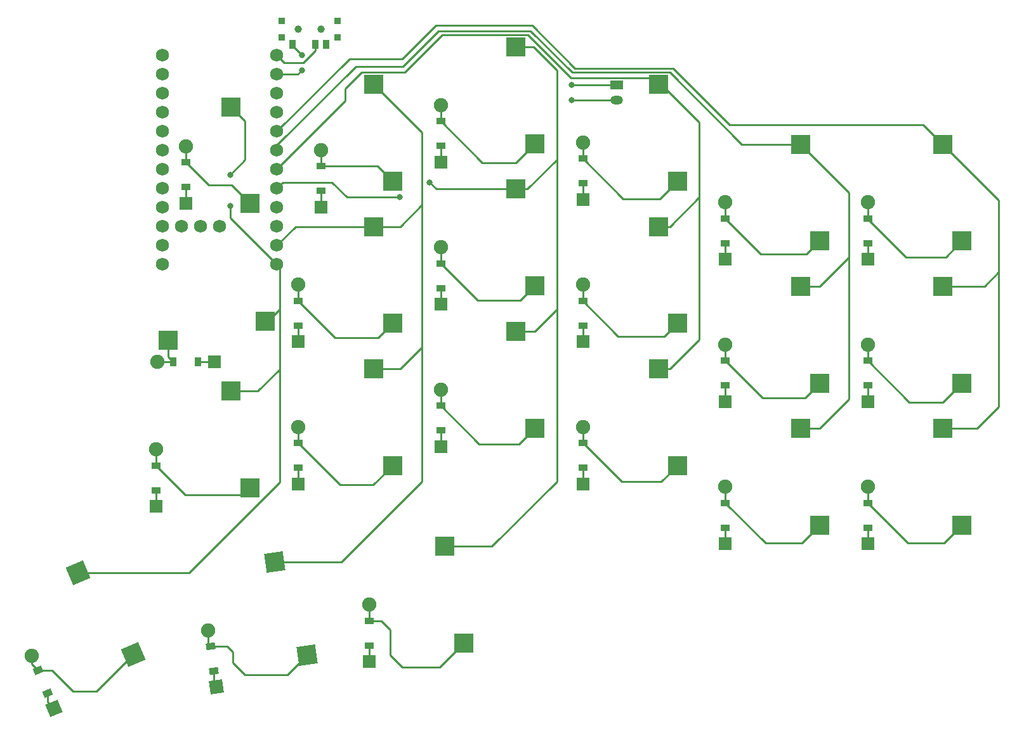
<source format=gbr>
%TF.GenerationSoftware,KiCad,Pcbnew,8.0.6*%
%TF.CreationDate,2024-12-24T11:46:23+01:00*%
%TF.ProjectId,right,72696768-742e-46b6-9963-61645f706362,v1.0.0*%
%TF.SameCoordinates,Original*%
%TF.FileFunction,Copper,L2,Bot*%
%TF.FilePolarity,Positive*%
%FSLAX46Y46*%
G04 Gerber Fmt 4.6, Leading zero omitted, Abs format (unit mm)*
G04 Created by KiCad (PCBNEW 8.0.6) date 2024-12-24 11:46:23*
%MOMM*%
%LPD*%
G01*
G04 APERTURE LIST*
G04 Aperture macros list*
%AMRotRect*
0 Rectangle, with rotation*
0 The origin of the aperture is its center*
0 $1 length*
0 $2 width*
0 $3 Rotation angle, in degrees counterclockwise*
0 Add horizontal line*
21,1,$1,$2,0,0,$3*%
G04 Aperture macros list end*
%TA.AperFunction,SMDPad,CuDef*%
%ADD10R,0.900000X0.900000*%
%TD*%
%TA.AperFunction,WasherPad*%
%ADD11C,1.000000*%
%TD*%
%TA.AperFunction,SMDPad,CuDef*%
%ADD12R,0.900000X1.250000*%
%TD*%
%TA.AperFunction,ComponentPad*%
%ADD13R,1.700000X1.200000*%
%TD*%
%TA.AperFunction,ComponentPad*%
%ADD14O,1.700000X1.200000*%
%TD*%
%TA.AperFunction,SMDPad,CuDef*%
%ADD15R,2.500000X2.550000*%
%TD*%
%TA.AperFunction,ComponentPad*%
%ADD16R,1.778000X1.778000*%
%TD*%
%TA.AperFunction,SMDPad,CuDef*%
%ADD17R,1.200000X0.900000*%
%TD*%
%TA.AperFunction,ComponentPad*%
%ADD18C,1.905000*%
%TD*%
%TA.AperFunction,SMDPad,CuDef*%
%ADD19RotRect,2.550000X2.500000X278.000000*%
%TD*%
%TA.AperFunction,SMDPad,CuDef*%
%ADD20RotRect,2.550000X2.500000X293.000000*%
%TD*%
%TA.AperFunction,SMDPad,CuDef*%
%ADD21R,0.900000X1.200000*%
%TD*%
%TA.AperFunction,ComponentPad*%
%ADD22RotRect,1.778000X1.778000X113.000000*%
%TD*%
%TA.AperFunction,SMDPad,CuDef*%
%ADD23RotRect,0.900000X1.200000X113.000000*%
%TD*%
%TA.AperFunction,SMDPad,CuDef*%
%ADD24R,2.550000X2.500000*%
%TD*%
%TA.AperFunction,ComponentPad*%
%ADD25RotRect,1.778000X1.778000X98.000000*%
%TD*%
%TA.AperFunction,SMDPad,CuDef*%
%ADD26RotRect,0.900000X1.200000X98.000000*%
%TD*%
%TA.AperFunction,ComponentPad*%
%ADD27C,1.752600*%
%TD*%
%TA.AperFunction,ViaPad*%
%ADD28C,0.800000*%
%TD*%
%TA.AperFunction,Conductor*%
%ADD29C,0.250000*%
%TD*%
G04 APERTURE END LIST*
D10*
%TO.P,T1,*%
%TO.N,*%
X211300000Y-98400000D03*
X211300000Y-100600000D03*
D11*
X213500000Y-99500000D03*
X216500000Y-99500000D03*
D10*
X218700000Y-98400000D03*
X218700000Y-100600000D03*
D12*
%TO.P,T1,1*%
%TO.N,pos*%
X212750000Y-101575000D03*
%TO.P,T1,2*%
%TO.N,RAW*%
X215750000Y-101575000D03*
%TO.P,T1,3*%
%TO.N,N/C*%
X217250000Y-101575000D03*
%TD*%
D13*
%TO.P,JST1,1*%
%TO.N,pos*%
X256000000Y-107000000D03*
D14*
%TO.P,JST1,2*%
%TO.N,GND*%
X256000000Y-109000000D03*
%TD*%
D15*
%TO.P,S12,1*%
%TO.N,P115*%
X242540000Y-101915000D03*
%TO.P,S12,2*%
%TO.N,mirror_ColD_Row3*%
X245080000Y-114842000D03*
%TD*%
D16*
%TO.P,D14,1*%
%TO.N,P106*%
X194500000Y-163310000D03*
D17*
X194500000Y-161150000D03*
%TO.P,D14,2*%
%TO.N,mirror_ColF_Row1*%
X194500000Y-157850000D03*
D18*
X194500000Y-155690000D03*
%TD*%
D16*
%TO.P,D8,1*%
%TO.N,P111*%
X251500000Y-141310000D03*
D17*
X251500000Y-139150000D03*
%TO.P,D8,2*%
%TO.N,mirror_ColC_Row2*%
X251500000Y-135850000D03*
D18*
X251500000Y-133690000D03*
%TD*%
D15*
%TO.P,S15,1*%
%TO.N,P010*%
X223540000Y-106915000D03*
%TO.P,S15,2*%
%TO.N,mirror_ColE_Row3*%
X226080000Y-119842000D03*
%TD*%
%TO.P,S10,1*%
%TO.N,P115*%
X242540000Y-139915000D03*
%TO.P,S10,2*%
%TO.N,mirror_ColD_Row1*%
X245080000Y-152842000D03*
%TD*%
%TO.P,S3,1*%
%TO.N,P031*%
X299540000Y-114915000D03*
%TO.P,S3,2*%
%TO.N,mirror_ColA_Row3*%
X302080000Y-127842000D03*
%TD*%
%TO.P,S11,1*%
%TO.N,P115*%
X242540000Y-120915000D03*
%TO.P,S11,2*%
%TO.N,mirror_ColD_Row2*%
X245080000Y-133842000D03*
%TD*%
%TO.P,S7,1*%
%TO.N,P002*%
X261540000Y-144915000D03*
%TO.P,S7,2*%
%TO.N,mirror_ColC_Row1*%
X264080000Y-157842000D03*
%TD*%
%TO.P,S14,1*%
%TO.N,P010*%
X223540000Y-125915000D03*
%TO.P,S14,2*%
%TO.N,mirror_ColE_Row2*%
X226080000Y-138842000D03*
%TD*%
D16*
%TO.P,D5,1*%
%TO.N,P111*%
X270500000Y-149310000D03*
D17*
X270500000Y-147150000D03*
%TO.P,D5,2*%
%TO.N,mirror_ColB_Row2*%
X270500000Y-143850000D03*
D18*
X270500000Y-141690000D03*
%TD*%
D15*
%TO.P,S18,1*%
%TO.N,P115*%
X233040000Y-168665000D03*
%TO.P,S18,2*%
%TO.N,mirror_ColD_Row0*%
X235580000Y-181592000D03*
%TD*%
D19*
%TO.P,S19,1*%
%TO.N,P010*%
X210336781Y-170778506D03*
%TO.P,S19,2*%
%TO.N,mirror_ColE_Row0*%
X214651153Y-183226202D03*
%TD*%
D15*
%TO.P,S9,1*%
%TO.N,P002*%
X261540000Y-106915000D03*
%TO.P,S9,2*%
%TO.N,mirror_ColC_Row3*%
X264080000Y-119842000D03*
%TD*%
D16*
%TO.P,D12,1*%
%TO.N,P113*%
X232500000Y-117310000D03*
D17*
X232500000Y-115150000D03*
%TO.P,D12,2*%
%TO.N,mirror_ColD_Row3*%
X232500000Y-111850000D03*
D18*
X232500000Y-109690000D03*
%TD*%
D16*
%TO.P,D3,1*%
%TO.N,P113*%
X289500000Y-130310000D03*
D17*
X289500000Y-128150000D03*
%TO.P,D3,2*%
%TO.N,mirror_ColA_Row3*%
X289500000Y-124850000D03*
D18*
X289500000Y-122690000D03*
%TD*%
D15*
%TO.P,S5,1*%
%TO.N,P029*%
X280540000Y-133915000D03*
%TO.P,S5,2*%
%TO.N,mirror_ColB_Row2*%
X283080000Y-146842000D03*
%TD*%
D20*
%TO.P,S20,1*%
%TO.N,P009*%
X184109158Y-172164894D03*
%TO.P,S20,2*%
%TO.N,mirror_ColF_Row0*%
X191498222Y-183071803D03*
%TD*%
D15*
%TO.P,S8,1*%
%TO.N,P002*%
X261540000Y-125915000D03*
%TO.P,S8,2*%
%TO.N,mirror_ColC_Row2*%
X264080000Y-138842000D03*
%TD*%
D16*
%TO.P,D18,1*%
%TO.N,P111*%
X202310000Y-144000000D03*
D21*
X200150000Y-144000000D03*
%TO.P,D18,2*%
%TO.N,mirror_ColF_Row2*%
X196850000Y-144000000D03*
D18*
X194690000Y-144000000D03*
%TD*%
D16*
%TO.P,D10,1*%
%TO.N,P106*%
X232500000Y-155310000D03*
D17*
X232500000Y-153150000D03*
%TO.P,D10,2*%
%TO.N,mirror_ColD_Row1*%
X232500000Y-149850000D03*
D18*
X232500000Y-147690000D03*
%TD*%
D16*
%TO.P,D9,1*%
%TO.N,P113*%
X251500000Y-122310000D03*
D17*
X251500000Y-120150000D03*
%TO.P,D9,2*%
%TO.N,mirror_ColC_Row3*%
X251500000Y-116850000D03*
D18*
X251500000Y-114690000D03*
%TD*%
D16*
%TO.P,D2,1*%
%TO.N,P111*%
X289500000Y-149310000D03*
D17*
X289500000Y-147150000D03*
%TO.P,D2,2*%
%TO.N,mirror_ColA_Row2*%
X289500000Y-143850000D03*
D18*
X289500000Y-141690000D03*
%TD*%
D15*
%TO.P,S16,1*%
%TO.N,P009*%
X204540000Y-147915000D03*
%TO.P,S16,2*%
%TO.N,mirror_ColF_Row1*%
X207080000Y-160842000D03*
%TD*%
D22*
%TO.P,D17,1*%
%TO.N,P104*%
X180882596Y-190259007D03*
D23*
X180038615Y-188270717D03*
%TO.P,D17,2*%
%TO.N,mirror_ColF_Row0*%
X178749203Y-185233051D03*
D18*
X177905222Y-183244761D03*
%TD*%
D16*
%TO.P,D21,1*%
%TO.N,P111*%
X213500000Y-141310000D03*
D17*
X213500000Y-139150000D03*
%TO.P,D21,2*%
%TO.N,mirror_ColE_Row2*%
X213500000Y-135850000D03*
D18*
X213500000Y-133690000D03*
%TD*%
D16*
%TO.P,D7,1*%
%TO.N,P106*%
X251500000Y-160310000D03*
D17*
X251500000Y-158150000D03*
%TO.P,D7,2*%
%TO.N,mirror_ColC_Row1*%
X251500000Y-154850000D03*
D18*
X251500000Y-152690000D03*
%TD*%
D16*
%TO.P,D20,1*%
%TO.N,P113*%
X216500000Y-123310000D03*
D17*
X216500000Y-121150000D03*
%TO.P,D20,2*%
%TO.N,mirror_ColE_Row3*%
X216500000Y-117850000D03*
D18*
X216500000Y-115690000D03*
%TD*%
D15*
%TO.P,S17,1*%
%TO.N,P009*%
X204540000Y-109915000D03*
%TO.P,S17,2*%
%TO.N,mirror_ColF_Row3*%
X207080000Y-122842000D03*
%TD*%
D24*
%TO.P,S21,1*%
%TO.N,P009*%
X209085000Y-138540000D03*
%TO.P,S21,2*%
%TO.N,mirror_ColF_Row2*%
X196158000Y-141080000D03*
%TD*%
D25*
%TO.P,D16,1*%
%TO.N,P104*%
X202537061Y-187420981D03*
D26*
X202236446Y-185282002D03*
%TO.P,D16,2*%
%TO.N,mirror_ColE_Row0*%
X201777174Y-182014118D03*
D18*
X201476559Y-179875139D03*
%TD*%
D15*
%TO.P,S2,1*%
%TO.N,P031*%
X299540000Y-133915000D03*
%TO.P,S2,2*%
%TO.N,mirror_ColA_Row2*%
X302080000Y-146842000D03*
%TD*%
D16*
%TO.P,D1,1*%
%TO.N,P106*%
X289500000Y-168310000D03*
D17*
X289500000Y-166150000D03*
%TO.P,D1,2*%
%TO.N,mirror_ColA_Row1*%
X289500000Y-162850000D03*
D18*
X289500000Y-160690000D03*
%TD*%
D16*
%TO.P,D6,1*%
%TO.N,P113*%
X270500000Y-130310000D03*
D17*
X270500000Y-128150000D03*
%TO.P,D6,2*%
%TO.N,mirror_ColB_Row3*%
X270500000Y-124850000D03*
D18*
X270500000Y-122690000D03*
%TD*%
D27*
%TO.P,MCU1,1*%
%TO.N,P006*%
X195380000Y-103030000D03*
%TO.P,MCU1,2*%
%TO.N,P008*%
X195380000Y-105570000D03*
%TO.P,MCU1,3*%
%TO.N,GND*%
X195380000Y-108110000D03*
%TO.P,MCU1,4*%
X195380000Y-110650000D03*
%TO.P,MCU1,5*%
%TO.N,P017*%
X195380000Y-113190000D03*
%TO.P,MCU1,6*%
%TO.N,P020*%
X195380000Y-115730000D03*
%TO.P,MCU1,7*%
%TO.N,P022*%
X195380000Y-118270000D03*
%TO.P,MCU1,8*%
%TO.N,P024*%
X195380000Y-120810000D03*
%TO.P,MCU1,9*%
%TO.N,P100*%
X195380000Y-123350000D03*
%TO.P,MCU1,10*%
%TO.N,P011*%
X195380000Y-125890000D03*
%TO.P,MCU1,11*%
%TO.N,P104*%
X195380000Y-128430000D03*
%TO.P,MCU1,12*%
%TO.N,P106*%
X195380000Y-130970000D03*
%TO.P,MCU1,13*%
%TO.N,P009*%
X210620000Y-130970000D03*
%TO.P,MCU1,14*%
%TO.N,P010*%
X210620000Y-128430000D03*
%TO.P,MCU1,15*%
%TO.N,P111*%
X210620000Y-125890000D03*
%TO.P,MCU1,16*%
%TO.N,P113*%
X210620000Y-123350000D03*
%TO.P,MCU1,17*%
%TO.N,P115*%
X210620000Y-120810000D03*
%TO.P,MCU1,18*%
%TO.N,P002*%
X210620000Y-118270000D03*
%TO.P,MCU1,19*%
%TO.N,P029*%
X210620000Y-115730000D03*
%TO.P,MCU1,20*%
%TO.N,P031*%
X210620000Y-113190000D03*
%TO.P,MCU1,21*%
%TO.N,VCC*%
X210620000Y-110650000D03*
%TO.P,MCU1,22*%
%TO.N,RST*%
X210620000Y-108110000D03*
%TO.P,MCU1,23*%
%TO.N,GND*%
X210620000Y-105570000D03*
%TO.P,MCU1,24*%
%TO.N,RAW*%
X210620000Y-103030000D03*
%TO.P,MCU1,31*%
%TO.N,P101*%
X197920000Y-125890000D03*
%TO.P,MCU1,32*%
%TO.N,P102*%
X200460000Y-125890000D03*
%TO.P,MCU1,33*%
%TO.N,P107*%
X203000000Y-125890000D03*
%TD*%
D16*
%TO.P,D4,1*%
%TO.N,P106*%
X270500000Y-168310000D03*
D17*
X270500000Y-166150000D03*
%TO.P,D4,2*%
%TO.N,mirror_ColB_Row1*%
X270500000Y-162850000D03*
D18*
X270500000Y-160690000D03*
%TD*%
D15*
%TO.P,S4,1*%
%TO.N,P029*%
X280540000Y-152915000D03*
%TO.P,S4,2*%
%TO.N,mirror_ColB_Row1*%
X283080000Y-165842000D03*
%TD*%
D16*
%TO.P,D13,1*%
%TO.N,P106*%
X213500000Y-160310000D03*
D17*
X213500000Y-158150000D03*
%TO.P,D13,2*%
%TO.N,mirror_ColE_Row1*%
X213500000Y-154850000D03*
D18*
X213500000Y-152690000D03*
%TD*%
D15*
%TO.P,S1,1*%
%TO.N,P031*%
X299540000Y-152915000D03*
%TO.P,S1,2*%
%TO.N,mirror_ColA_Row1*%
X302080000Y-165842000D03*
%TD*%
D16*
%TO.P,D15,1*%
%TO.N,P104*%
X223000000Y-184060000D03*
D17*
X223000000Y-181900000D03*
%TO.P,D15,2*%
%TO.N,mirror_ColD_Row0*%
X223000000Y-178600000D03*
D18*
X223000000Y-176440000D03*
%TD*%
D15*
%TO.P,S13,1*%
%TO.N,P010*%
X223540000Y-144915000D03*
%TO.P,S13,2*%
%TO.N,mirror_ColE_Row1*%
X226080000Y-157842000D03*
%TD*%
D16*
%TO.P,D11,1*%
%TO.N,P111*%
X232500000Y-136310000D03*
D17*
X232500000Y-134150000D03*
%TO.P,D11,2*%
%TO.N,mirror_ColD_Row2*%
X232500000Y-130850000D03*
D18*
X232500000Y-128690000D03*
%TD*%
D16*
%TO.P,D19,1*%
%TO.N,P113*%
X198500000Y-122810000D03*
D17*
X198500000Y-120650000D03*
%TO.P,D19,2*%
%TO.N,mirror_ColF_Row3*%
X198500000Y-117350000D03*
D18*
X198500000Y-115190000D03*
%TD*%
D15*
%TO.P,S6,1*%
%TO.N,P029*%
X280540000Y-114915000D03*
%TO.P,S6,2*%
%TO.N,mirror_ColB_Row3*%
X283080000Y-127842000D03*
%TD*%
D28*
%TO.N,GND*%
X214000000Y-105000000D03*
%TO.N,P115*%
X231000000Y-120000000D03*
X227000000Y-122000000D03*
%TO.N,pos*%
X214000000Y-103000000D03*
X250000000Y-107000000D03*
%TO.N,GND*%
X250000000Y-109000000D03*
%TO.N,P009*%
X204400000Y-123200000D03*
X204400000Y-119000000D03*
%TD*%
D29*
%TO.N,P031*%
X299540000Y-114915000D02*
X296906802Y-112281802D01*
X296906802Y-112281802D02*
X271031802Y-112281802D01*
X271031802Y-112281802D02*
X263500000Y-104750000D01*
X263500000Y-104750000D02*
X250442792Y-104750000D01*
X250442792Y-104750000D02*
X244692792Y-99000000D01*
X244692792Y-99000000D02*
X231863604Y-99000000D01*
X231863604Y-99000000D02*
X227363604Y-103500000D01*
X220310000Y-103500000D02*
X210620000Y-113190000D01*
X227363604Y-103500000D02*
X220310000Y-103500000D01*
%TO.N,P029*%
X280540000Y-114915000D02*
X272715000Y-114915000D01*
X272715000Y-114915000D02*
X263115000Y-105315000D01*
X263115000Y-105315000D02*
X250065000Y-105315000D01*
X250065000Y-105315000D02*
X244500000Y-99750000D01*
X232181802Y-99750000D02*
X227431802Y-104500000D01*
X244500000Y-99750000D02*
X232181802Y-99750000D01*
X227431802Y-104500000D02*
X221175000Y-104500000D01*
X221175000Y-104500000D02*
X210620000Y-115055000D01*
X210620000Y-115055000D02*
X210620000Y-115730000D01*
%TO.N,P113*%
X198500000Y-120650000D02*
X198500000Y-122810000D01*
%TO.N,mirror_ColD_Row3*%
X232500000Y-109690000D02*
X232500000Y-111850000D01*
%TO.N,P113*%
X232500000Y-115150000D02*
X232500000Y-117310000D01*
X251500000Y-122310000D02*
X251500000Y-120150000D01*
X270500000Y-128150000D02*
X270500000Y-130310000D01*
X289500000Y-130310000D02*
X289500000Y-128150000D01*
%TO.N,P111*%
X289500000Y-149310000D02*
X289500000Y-147150000D01*
X270500000Y-149310000D02*
X270500000Y-147150000D01*
X251500000Y-139150000D02*
X251500000Y-141310000D01*
X232500000Y-134150000D02*
X232500000Y-136310000D01*
X213500000Y-139150000D02*
X213500000Y-141310000D01*
X200150000Y-144000000D02*
X202310000Y-144000000D01*
%TO.N,P106*%
X289500000Y-166150000D02*
X289500000Y-168310000D01*
X270500000Y-166150000D02*
X270500000Y-168310000D01*
X251500000Y-158150000D02*
X251500000Y-160310000D01*
X232500000Y-153150000D02*
X232500000Y-155310000D01*
X213500000Y-158150000D02*
X213500000Y-160310000D01*
X194500000Y-161150000D02*
X194500000Y-163310000D01*
%TO.N,P104*%
X223000000Y-181900000D02*
X223000000Y-184060000D01*
X202236446Y-185282002D02*
X202236446Y-187120366D01*
X202236446Y-187120366D02*
X202537061Y-187420981D01*
X180038615Y-188270717D02*
X180038615Y-189415026D01*
X180038615Y-189415026D02*
X180882596Y-190259007D01*
%TO.N,P002*%
X261540000Y-106915000D02*
X260700000Y-106075000D01*
X219774100Y-109115900D02*
X210620000Y-118270000D01*
X260700000Y-106075000D02*
X249875000Y-106075000D01*
X221965000Y-105315000D02*
X219774100Y-107505900D01*
X249875000Y-106075000D02*
X244115000Y-100315000D01*
X244115000Y-100315000D02*
X232685000Y-100315000D01*
X232685000Y-100315000D02*
X227685000Y-105315000D01*
X227685000Y-105315000D02*
X221965000Y-105315000D01*
X219774100Y-107505900D02*
X219774100Y-109115900D01*
%TO.N,GND*%
X214000000Y-105000000D02*
X213430000Y-105570000D01*
X213430000Y-105570000D02*
X210620000Y-105570000D01*
%TO.N,P113*%
X216500000Y-121150000D02*
X216500000Y-123310000D01*
%TO.N,P115*%
X231915000Y-120915000D02*
X231000000Y-120000000D01*
X227000000Y-122000000D02*
X220000000Y-122000000D01*
X220000000Y-122000000D02*
X218000000Y-120000000D01*
X242540000Y-120915000D02*
X231915000Y-120915000D01*
X218000000Y-120000000D02*
X211430000Y-120000000D01*
X211430000Y-120000000D02*
X210620000Y-120810000D01*
%TO.N,mirror_ColE_Row3*%
X216500000Y-117850000D02*
X224088000Y-117850000D01*
X224088000Y-117850000D02*
X226080000Y-119842000D01*
%TO.N,mirror_ColF_Row2*%
X196850000Y-144000000D02*
X194690000Y-144000000D01*
X196158000Y-141080000D02*
X196158000Y-143308000D01*
X196158000Y-143308000D02*
X196850000Y-144000000D01*
%TO.N,RAW*%
X215750000Y-101575000D02*
X215750000Y-102450000D01*
X215750000Y-102450000D02*
X214200000Y-104000000D01*
X211590000Y-104000000D02*
X210620000Y-103030000D01*
X214200000Y-104000000D02*
X211590000Y-104000000D01*
%TO.N,pos*%
X214000000Y-103000000D02*
X212750000Y-101750000D01*
X212750000Y-101750000D02*
X212750000Y-101575000D01*
X256000000Y-107000000D02*
X250000000Y-107000000D01*
%TO.N,GND*%
X256000000Y-109000000D02*
X250000000Y-109000000D01*
X210875000Y-105315000D02*
X210620000Y-105570000D01*
%TO.N,P031*%
X299540000Y-152915000D02*
X304085000Y-152915000D01*
X304085000Y-152915000D02*
X307000000Y-150000000D01*
X307000000Y-150000000D02*
X307000000Y-132000000D01*
X307000000Y-132000000D02*
X307000000Y-122375000D01*
X299540000Y-133915000D02*
X305085000Y-133915000D01*
X305085000Y-133915000D02*
X307000000Y-132000000D01*
X307000000Y-122375000D02*
X299540000Y-114915000D01*
%TO.N,P029*%
X287000000Y-149000000D02*
X287000000Y-130000000D01*
X287000000Y-130000000D02*
X287000000Y-121375000D01*
X280540000Y-133915000D02*
X283085000Y-133915000D01*
X283085000Y-133915000D02*
X287000000Y-130000000D01*
X283085000Y-152915000D02*
X287000000Y-149000000D01*
X287000000Y-121375000D02*
X280540000Y-114915000D01*
X280540000Y-152915000D02*
X283085000Y-152915000D01*
%TO.N,P002*%
X263085000Y-125915000D02*
X267000000Y-122000000D01*
X261540000Y-125915000D02*
X263085000Y-125915000D01*
X267000000Y-141000000D02*
X267000000Y-112000000D01*
X261540000Y-144915000D02*
X263085000Y-144915000D01*
X263085000Y-144915000D02*
X267000000Y-141000000D01*
X267000000Y-112000000D02*
X261915000Y-106915000D01*
X261915000Y-106915000D02*
X261540000Y-106915000D01*
%TO.N,P115*%
X248000000Y-137000000D02*
X248000000Y-117000000D01*
X248000000Y-117000000D02*
X248000000Y-105000000D01*
X242540000Y-120915000D02*
X244085000Y-120915000D01*
X244085000Y-120915000D02*
X248000000Y-117000000D01*
X248000000Y-160000000D02*
X248000000Y-137000000D01*
X245085000Y-139915000D02*
X248000000Y-137000000D01*
X242540000Y-139915000D02*
X245085000Y-139915000D01*
X233040000Y-168665000D02*
X239335000Y-168665000D01*
X239335000Y-168665000D02*
X248000000Y-160000000D01*
X248000000Y-105000000D02*
X244915000Y-101915000D01*
X244915000Y-101915000D02*
X242540000Y-101915000D01*
%TO.N,P010*%
X223540000Y-125915000D02*
X213135000Y-125915000D01*
X213135000Y-125915000D02*
X210620000Y-128430000D01*
X230000000Y-160000000D02*
X230000000Y-142000000D01*
X230000000Y-142000000D02*
X230000000Y-123000000D01*
X223540000Y-144915000D02*
X227085000Y-144915000D01*
X227085000Y-144915000D02*
X230000000Y-142000000D01*
X230000000Y-123000000D02*
X230000000Y-113375000D01*
X223540000Y-125915000D02*
X227085000Y-125915000D01*
X227085000Y-125915000D02*
X230000000Y-123000000D01*
X210336781Y-170778506D02*
X219221494Y-170778506D01*
X219221494Y-170778506D02*
X230000000Y-160000000D01*
X230000000Y-113375000D02*
X223540000Y-106915000D01*
%TO.N,P009*%
X211000000Y-145000000D02*
X211000000Y-137000000D01*
X211000000Y-137000000D02*
X211000000Y-131350000D01*
X209085000Y-138540000D02*
X209460000Y-138540000D01*
X209460000Y-138540000D02*
X211000000Y-137000000D01*
X211000000Y-160097000D02*
X211000000Y-145000000D01*
X204540000Y-147915000D02*
X208085000Y-147915000D01*
X208085000Y-147915000D02*
X211000000Y-145000000D01*
X184109158Y-172164894D02*
X198932106Y-172164894D01*
X198932106Y-172164894D02*
X211000000Y-160097000D01*
X211000000Y-131350000D02*
X210620000Y-130970000D01*
X204400000Y-123200000D02*
X204400000Y-124750000D01*
X204540000Y-109915000D02*
X206415000Y-111790000D01*
X206415000Y-111790000D02*
X206415000Y-116985000D01*
X204400000Y-124750000D02*
X210620000Y-130970000D01*
X206415000Y-116985000D02*
X204400000Y-119000000D01*
%TO.N,mirror_ColF_Row3*%
X198500000Y-117350000D02*
X201550000Y-120400000D01*
X201550000Y-120400000D02*
X204638000Y-120400000D01*
X204638000Y-120400000D02*
X207080000Y-122842000D01*
X198500000Y-115190000D02*
X198500000Y-117350000D01*
%TO.N,mirror_ColE_Row3*%
X216500000Y-115690000D02*
X216500000Y-117850000D01*
%TO.N,mirror_ColD_Row3*%
X232500000Y-111850000D02*
X238050000Y-117400000D01*
X238050000Y-117400000D02*
X242522000Y-117400000D01*
X242522000Y-117400000D02*
X245080000Y-114842000D01*
%TO.N,mirror_ColC_Row3*%
X251500000Y-116850000D02*
X256850000Y-122200000D01*
X256850000Y-122200000D02*
X261722000Y-122200000D01*
X261722000Y-122200000D02*
X264080000Y-119842000D01*
X251500000Y-114690000D02*
X251500000Y-116850000D01*
%TO.N,mirror_ColB_Row3*%
X270500000Y-124850000D02*
X275250000Y-129600000D01*
X275250000Y-129600000D02*
X281322000Y-129600000D01*
X281322000Y-129600000D02*
X283080000Y-127842000D01*
X270500000Y-122690000D02*
X270500000Y-124850000D01*
%TO.N,mirror_ColA_Row3*%
X289500000Y-124850000D02*
X289500000Y-124900000D01*
X289500000Y-124900000D02*
X294600000Y-130000000D01*
X294600000Y-130000000D02*
X299922000Y-130000000D01*
X299922000Y-130000000D02*
X302080000Y-127842000D01*
X289500000Y-122690000D02*
X289500000Y-124850000D01*
%TO.N,mirror_ColA_Row2*%
X289500000Y-143850000D02*
X295050000Y-149400000D01*
X295050000Y-149400000D02*
X299522000Y-149400000D01*
X299522000Y-149400000D02*
X302080000Y-146842000D01*
X289500000Y-141690000D02*
X289500000Y-143850000D01*
%TO.N,mirror_ColB_Row2*%
X270500000Y-143850000D02*
X275450000Y-148800000D01*
X275450000Y-148800000D02*
X281122000Y-148800000D01*
X281122000Y-148800000D02*
X283080000Y-146842000D01*
X270500000Y-141690000D02*
X270500000Y-143850000D01*
%TO.N,mirror_ColC_Row2*%
X251500000Y-135900000D02*
X256200000Y-140600000D01*
X251500000Y-135850000D02*
X251500000Y-135900000D01*
X262322000Y-140600000D02*
X264080000Y-138842000D01*
X256200000Y-140600000D02*
X262322000Y-140600000D01*
X251500000Y-133690000D02*
X251500000Y-135850000D01*
%TO.N,mirror_ColD_Row2*%
X232500000Y-130850000D02*
X237450000Y-135800000D01*
X237450000Y-135800000D02*
X243122000Y-135800000D01*
X243122000Y-135800000D02*
X245080000Y-133842000D01*
X232500000Y-128690000D02*
X232500000Y-130850000D01*
%TO.N,mirror_ColE_Row2*%
X218400000Y-140750000D02*
X218400000Y-140800000D01*
X213500000Y-135850000D02*
X218400000Y-140750000D01*
X218400000Y-140800000D02*
X224122000Y-140800000D01*
X224122000Y-140800000D02*
X226080000Y-138842000D01*
X213500000Y-133690000D02*
X213500000Y-135850000D01*
%TO.N,mirror_ColA_Row1*%
X289500000Y-162850000D02*
X294850000Y-168200000D01*
X294850000Y-168200000D02*
X299722000Y-168200000D01*
X299722000Y-168200000D02*
X302080000Y-165842000D01*
X289500000Y-160690000D02*
X289500000Y-162850000D01*
%TO.N,mirror_ColB_Row1*%
X270500000Y-162850000D02*
X275850000Y-168200000D01*
X275850000Y-168200000D02*
X280722000Y-168200000D01*
X280722000Y-168200000D02*
X283080000Y-165842000D01*
X270500000Y-160690000D02*
X270500000Y-162850000D01*
%TO.N,mirror_ColC_Row1*%
X251500000Y-154850000D02*
X256650000Y-160000000D01*
X256650000Y-160000000D02*
X261922000Y-160000000D01*
X261922000Y-160000000D02*
X264080000Y-157842000D01*
X251500000Y-152690000D02*
X251500000Y-154850000D01*
%TO.N,mirror_ColD_Row1*%
X232500000Y-149850000D02*
X237650000Y-155000000D01*
X237650000Y-155000000D02*
X242922000Y-155000000D01*
X242922000Y-155000000D02*
X245080000Y-152842000D01*
X232500000Y-147690000D02*
X232500000Y-149850000D01*
%TO.N,mirror_ColE_Row1*%
X213500000Y-154850000D02*
X219050000Y-160400000D01*
X219050000Y-160400000D02*
X223522000Y-160400000D01*
X223522000Y-160400000D02*
X226080000Y-157842000D01*
X213500000Y-152690000D02*
X213500000Y-154850000D01*
%TO.N,mirror_ColF_Row1*%
X194500000Y-157850000D02*
X198450000Y-161800000D01*
X198450000Y-161800000D02*
X206122000Y-161800000D01*
X206122000Y-161800000D02*
X207080000Y-160842000D01*
X194500000Y-155690000D02*
X194500000Y-157850000D01*
%TO.N,mirror_ColE_Row0*%
X201777174Y-182014118D02*
X204014118Y-182014118D01*
X206400000Y-185800000D02*
X212077355Y-185800000D01*
X204014118Y-182014118D02*
X204800000Y-182800000D01*
X204800000Y-184200000D02*
X206400000Y-185800000D01*
X204800000Y-182800000D02*
X204800000Y-184200000D01*
X212077355Y-185800000D02*
X214651153Y-183226202D01*
%TO.N,mirror_ColD_Row0*%
X223000000Y-178600000D02*
X224600000Y-178600000D01*
X227400000Y-184800000D02*
X232372000Y-184800000D01*
X223000000Y-176440000D02*
X223000000Y-178600000D01*
X225800000Y-179800000D02*
X225800000Y-183200000D01*
X232372000Y-184800000D02*
X235580000Y-181592000D01*
X224600000Y-178600000D02*
X225800000Y-179800000D01*
X225800000Y-183200000D02*
X227400000Y-184800000D01*
%TO.N,mirror_ColE_Row0*%
X201476560Y-181713504D02*
X201777174Y-182014118D01*
X201476560Y-179875139D02*
X201476560Y-181713504D01*
%TO.N,mirror_ColF_Row0*%
X183400000Y-188000000D02*
X186570025Y-188000000D01*
X177905223Y-184389071D02*
X178749203Y-185233051D01*
X177905223Y-183244761D02*
X177905223Y-184389071D01*
X180633051Y-185233051D02*
X183400000Y-188000000D01*
X178749203Y-185233051D02*
X180633051Y-185233051D01*
X186570025Y-188000000D02*
X191498222Y-183071803D01*
%TD*%
M02*

</source>
